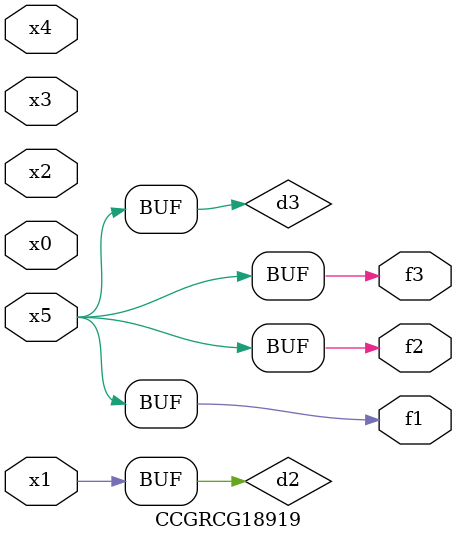
<source format=v>
module CCGRCG18919(
	input x0, x1, x2, x3, x4, x5,
	output f1, f2, f3
);

	wire d1, d2, d3;

	not (d1, x5);
	or (d2, x1);
	xnor (d3, d1);
	assign f1 = d3;
	assign f2 = d3;
	assign f3 = d3;
endmodule

</source>
